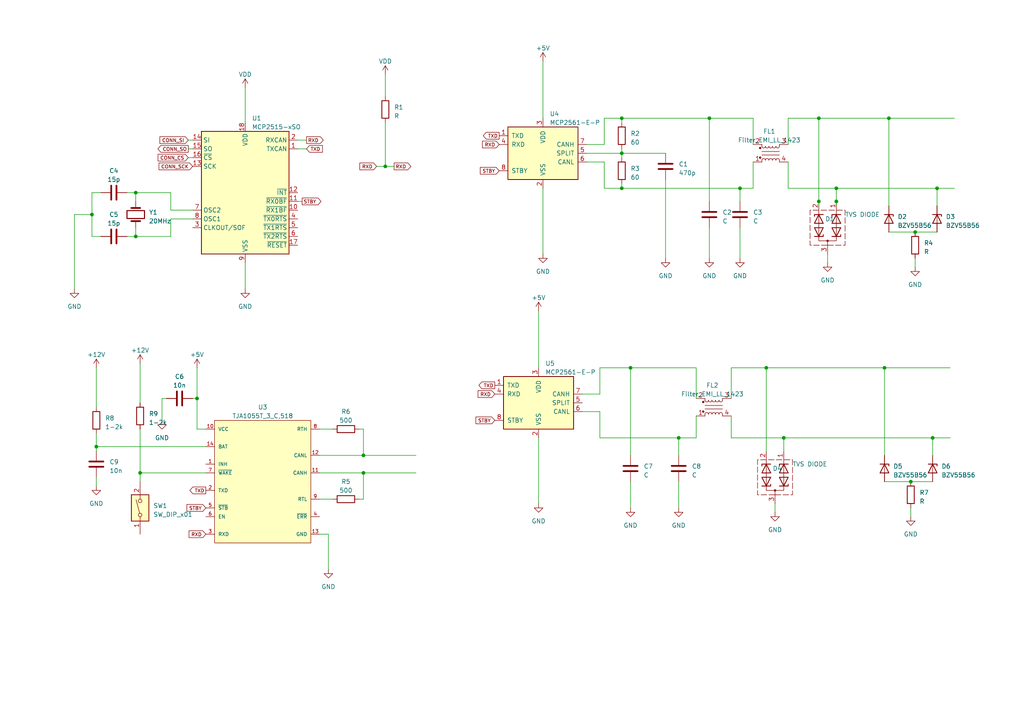
<source format=kicad_sch>
(kicad_sch (version 20230121) (generator eeschema)
  (paper "A4")
  (lib_symbols
    (symbol "Device:C" (pin_numbers hide) (pin_names (offset 0.254))
      (property "Reference" "C" (at 0.635 2.54 0))
      (property "Value" "C" (at 0.635 -2.54 0))
      (symbol "C_0_1"
        (polyline (pts (xy -2.032 -0.762) (xy 2.032 -0.762)) (stroke (width 0.508)))
        (polyline (pts (xy -2.032 0.762) (xy 2.032 0.762)) (stroke (width 0.508)))
      )
      (symbol "C_1_1"
        (pin passive line (at 0 3.81 270) (length 2.794) (name "~") (number "1"))
        (pin passive line (at 0 -3.81 90) (length 2.794) (name "~") (number "2"))
      )
    )
    (symbol "Device:Crystal" (pin_numbers hide) (pin_names (offset 1.016) hide)
      (property "Reference" "Y" (at 0 3.81 0))
      (property "Value" "Crystal" (at 0 -3.81 0))
      (symbol "Crystal_0_1"
        (rectangle (start -1.143 2.54) (end 1.143 -2.54) (stroke (width 0.3048)))
        (polyline (pts (xy -2.54 0) (xy -1.905 0)))
        (polyline (pts (xy -1.905 -1.27) (xy -1.905 1.27)) (stroke (width 0.508)))
        (polyline (pts (xy 1.905 -1.27) (xy 1.905 1.27)) (stroke (width 0.508)))
        (polyline (pts (xy 2.54 0) (xy 1.905 0)))
      )
      (symbol "Crystal_1_1"
        (pin passive line (at -3.81 0 0) (length 1.27) (name "1") (number "1"))
        (pin passive line (at 3.81 0 180) (length 1.27) (name "2") (number "2"))
      )
    )
    (symbol "Device:D_Zener_Dual_CommonCathode_AAK_Parallel" (pin_names (offset 0.762) hide)
      (property "Reference" "D1" (at -5.08 -0.6985 90))
      (property "Value" "D_Zener_Dual_CommonCathode_AAK_Parallel" (at -5.08 1.8415 90))
      (symbol "D_Zener_Dual_CommonCathode_AAK_Parallel_0_0"
        (polyline (pts (xy -6.35 -1.27) (xy -6.35 -3.81) (xy -5.842 -3.81)) (stroke (width 0.254)))
        (polyline (pts (xy -6.35 3.81) (xy -6.35 1.27) (xy -5.842 1.27)) (stroke (width 0.254)))
        (polyline (pts (xy 0 -3.81) (xy 0 -1.27) (xy -0.508 -1.27)) (stroke (width 0.254)))
        (polyline (pts (xy 0 1.27) (xy 0 3.81) (xy -0.508 3.81)) (stroke (width 0.254)))
      )
      (symbol "D_Zener_Dual_CommonCathode_AAK_Parallel_0_1"
        (polyline (pts (xy 1.27 0) (xy 2.54 0)))
        (polyline (pts (xy -7.62 -2.54) (xy 1.27 -2.54) (xy 1.27 2.54) (xy -7.62 2.54)))
        (polyline (pts (xy -3.81 -1.27) (xy -6.35 -2.54) (xy -3.81 -3.81) (xy -3.81 -1.27) (xy -3.81 -1.27) (xy -3.81 -1.27)) (stroke (width 0.254)))
        (polyline (pts (xy -3.81 3.81) (xy -6.35 2.54) (xy -3.81 1.27) (xy -3.81 3.81) (xy -3.81 3.81) (xy -3.81 3.81)) (stroke (width 0.254)))
        (polyline (pts (xy -2.54 -1.27) (xy 0 -2.54) (xy -2.54 -3.81) (xy -2.54 -1.27) (xy -2.54 -1.27) (xy -2.54 -1.27)) (stroke (width 0.254)))
        (polyline (pts (xy -2.54 3.81) (xy 0 2.54) (xy -2.54 1.27) (xy -2.54 3.81) (xy -2.54 3.81) (xy -2.54 3.81)) (stroke (width 0.254)))
        (circle (center 1.27 0) (radius 0.254) (fill (type outline)))
        (pin passive line (at -10.16 2.54 0) (length 2.54) (name "K") (number "1"))
        (pin passive line (at -10.16 -2.54 0) (length 2.54) (name "K") (number "2"))
        (pin passive line (at 5.08 0 180) (length 2.54) (name "A") (number "3"))
      )
      (symbol "D_Zener_Dual_CommonCathode_AAK_Parallel_1_1"
        (polyline (pts (xy 2.54 0) (xy 2.54 5.08) (xy -7.62 5.08) (xy -7.62 -5.08) (xy 2.54 -5.08) (xy 2.54 0)) (stroke (width 0) (type dash)))
      )
    )
    (symbol "Device:Filter_EMI_LL_1423" (pin_names hide)
      (property "Reference" "FL" (at 0 4.445 0))
      (property "Value" "Filter_EMI_LL_1423" (at 0 -4.445 0))
      (symbol "Filter_EMI_LL_1423_0_1"
        (circle (center -3.048 -1.27) (radius 0.254) (fill (type outline)))
        (circle (center -3.048 1.524) (radius 0.254) (fill (type outline)))
        (arc (start -2.54 2.032) (mid -2.032 1.5262) (end -1.524 2.032))
        (arc (start -1.524 -2.032) (mid -2.032 -1.5262) (end -2.54 -2.032))
        (arc (start -1.524 2.032) (mid -1.016 1.5262) (end -0.508 2.032))
        (arc (start -0.508 -2.032) (mid -1.016 -1.5262) (end -1.524 -2.032))
        (arc (start -0.508 2.032) (mid 0 1.5262) (end 0.508 2.032))
        (polyline (pts (xy -2.54 -2.032) (xy -2.54 -2.54)))
        (polyline (pts (xy -2.54 0.508) (xy 2.54 0.508)))
        (polyline (pts (xy -2.54 2.032) (xy -2.54 2.54)))
        (polyline (pts (xy 2.54 -2.032) (xy 2.54 -2.54)))
        (polyline (pts (xy 2.54 -0.508) (xy -2.54 -0.508)))
        (polyline (pts (xy 2.54 2.54) (xy 2.54 2.032)))
        (arc (start 0.508 -2.032) (mid 0 -1.5262) (end -0.508 -2.032))
        (arc (start 0.508 2.032) (mid 1.016 1.5262) (end 1.524 2.032))
        (arc (start 1.524 -2.032) (mid 1.016 -1.5262) (end 0.508 -2.032))
        (arc (start 1.524 2.032) (mid 2.032 1.5262) (end 2.54 2.032))
        (arc (start 2.54 -2.032) (mid 2.032 -1.5262) (end 1.524 -2.032))
      )
      (symbol "Filter_EMI_LL_1423_1_1"
        (pin passive line (at -5.08 -2.54 0) (length 2.54) (name "1") (number "1"))
        (pin passive line (at -5.08 2.54 0) (length 2.54) (name "2") (number "2"))
        (pin passive line (at 5.08 2.54 180) (length 2.54) (name "3") (number "3"))
        (pin passive line (at 5.08 -2.54 180) (length 2.54) (name "4") (number "4"))
      )
    )
    (symbol "Device:R" (pin_numbers hide) (pin_names (offset 0))
      (property "Reference" "R" (at 2.032 0 90))
      (property "Value" "R" (at 0 0 90))
      (symbol "R_0_1"
        (rectangle (start -1.016 -2.54) (end 1.016 2.54) (stroke (width 0.254)))
      )
      (symbol "R_1_1"
        (pin passive line (at 0 3.81 270) (length 1.27) (name "~") (number "1"))
        (pin passive line (at 0 -3.81 90) (length 1.27) (name "~") (number "2"))
      )
    )
    (symbol "Diode:BZV55B56" (pin_numbers hide) (pin_names hide)
      (property "Reference" "D" (at 0 2.54 0))
      (property "Value" "BZV55B56" (at 0 -2.54 0))
      (symbol "BZV55B56_0_1"
        (polyline (pts (xy 1.27 0) (xy -1.27 0)))
        (polyline (pts (xy -1.27 -1.27) (xy -1.27 1.27) (xy -0.762 1.27)) (stroke (width 0.254)))
        (polyline (pts (xy 1.27 -1.27) (xy 1.27 1.27) (xy -1.27 0) (xy 1.27 -1.27)) (stroke (width 0.254)))
      )
      (symbol "BZV55B56_1_1"
        (pin passive line (at -3.81 0 0) (length 2.54) (name "K") (number "1"))
        (pin passive line (at 3.81 0 180) (length 2.54) (name "A") (number "2"))
      )
    )
    (symbol "ELEMENTY:TJA1055T_3_C,518" (pin_names (offset 1.016))
      (property "Reference" "U" (at 0 5.08 0))
      (property "Value" "TJA1055T_3_C,518" (at 0 7.62 0))
      (symbol "TJA1055T_3_C,518_1_1"
        (rectangle (start 5.08 2.54) (end 33.02 -33.02) (fill (type background)))
        (pin passive line (at 2.54 -10.16 0) (length 2.54) (name "INH") (number "1"))
        (pin power_in line (at 2.54 0 0) (length 2.54) (name "VCC") (number "10"))
        (pin bidirectional line (at 35.56 -12.7 180) (length 2.54) (name "CANH") (number "11"))
        (pin bidirectional line (at 35.56 -7.62 180) (length 2.54) (name "CANL") (number "12"))
        (pin power_in line (at 35.56 -30.48 180) (length 2.54) (name "GND") (number "13"))
        (pin power_in line (at 2.54 -5.08 0) (length 2.54) (name "BAT") (number "14"))
        (pin input line (at 2.54 -17.78 0) (length 2.54) (name "TXD") (number "2"))
        (pin output line (at 2.54 -30.48 0) (length 2.54) (name "RXD") (number "3"))
        (pin output line (at 35.56 -25.4 180) (length 2.54) (name "~{ERR}") (number "4"))
        (pin input line (at 2.54 -22.86 0) (length 2.54) (name "~{STB}") (number "5"))
        (pin input line (at 2.54 -25.4 0) (length 2.54) (name "EN") (number "6"))
        (pin input line (at 2.54 -12.7 0) (length 2.54) (name "~{WAKE}") (number "7"))
        (pin passive line (at 35.56 0 180) (length 2.54) (name "RTH") (number "8"))
        (pin passive line (at 35.56 -20.32 180) (length 2.54) (name "RTL") (number "9"))
      )
    )
    (symbol "Interface_CAN_LIN:MCP2515-xSO"
      (property "Reference" "U" (at -10.16 19.685 0))
      (property "Value" "MCP2515-xSO" (at 19.05 20.32 0))
      (symbol "MCP2515-xSO_0_1"
        (rectangle (start -12.7 17.78) (end 12.7 -17.78) (stroke (width 0.254)) (fill (type background)))
      )
      (symbol "MCP2515-xSO_1_1"
        (pin output line (at 15.24 12.7 180) (length 2.54) (name "TXCAN") (number "1"))
        (pin output line (at 15.24 -5.08 180) (length 2.54) (name "~{RX1BF}") (number "10"))
        (pin output line (at 15.24 -2.54 180) (length 2.54) (name "~{RX0BF}") (number "11"))
        (pin output line (at 15.24 0 180) (length 2.54) (name "~{INT}") (number "12"))
        (pin input line (at -15.24 7.62 0) (length 2.54) (name "SCK") (number "13"))
        (pin input line (at -15.24 15.24 0) (length 2.54) (name "SI") (number "14"))
        (pin output line (at -15.24 12.7 0) (length 2.54) (name "SO") (number "15"))
        (pin input line (at -15.24 10.16 0) (length 2.54) (name "~{CS}") (number "16"))
        (pin input line (at 15.24 -15.24 180) (length 2.54) (name "~{RESET}") (number "17"))
        (pin power_in line (at 0 20.32 270) (length 2.54) (name "VDD") (number "18"))
        (pin input line (at 15.24 15.24 180) (length 2.54) (name "RXCAN") (number "2"))
        (pin output line (at -15.24 -10.16 0) (length 2.54) (name "CLKOUT/SOF") (number "3"))
        (pin input line (at 15.24 -7.62 180) (length 2.54) (name "~{TX0RTS}") (number "4"))
        (pin input line (at 15.24 -10.16 180) (length 2.54) (name "~{TX1RTS}") (number "5"))
        (pin input line (at 15.24 -12.7 180) (length 2.54) (name "~{TX2RTS}") (number "6"))
        (pin output line (at -15.24 -5.08 0) (length 2.54) (name "OSC2") (number "7"))
        (pin input line (at -15.24 -7.62 0) (length 2.54) (name "OSC1") (number "8"))
        (pin power_in line (at 0 -20.32 90) (length 2.54) (name "VSS") (number "9"))
      )
    )
    (symbol "Interface_CAN_LIN:MCP2561-E-P" (pin_names (offset 1.016))
      (property "Reference" "U" (at -10.16 8.89 0))
      (property "Value" "MCP2561-E-P" (at 2.54 8.89 0))
      (symbol "MCP2561-E-P_0_1"
        (rectangle (start -10.16 7.62) (end 10.16 -7.62) (stroke (width 0.254)) (fill (type background)))
      )
      (symbol "MCP2561-E-P_1_1"
        (pin input line (at -12.7 5.08 0) (length 2.54) (name "TXD") (number "1"))
        (pin power_in line (at 0 -10.16 90) (length 2.54) (name "VSS") (number "2"))
        (pin power_in line (at 0 10.16 270) (length 2.54) (name "VDD") (number "3"))
        (pin output line (at -12.7 2.54 0) (length 2.54) (name "RXD") (number "4"))
        (pin passive line (at 12.7 0 180) (length 2.54) (name "SPLIT") (number "5"))
        (pin bidirectional line (at 12.7 -2.54 180) (length 2.54) (name "CANL") (number "6"))
        (pin bidirectional line (at 12.7 2.54 180) (length 2.54) (name "CANH") (number "7"))
        (pin input line (at -12.7 -5.08 0) (length 2.54) (name "STBY") (number "8"))
      )
    )
    (symbol "Switch:SW_DIP_x01" (pin_names (offset 0) hide)
      (property "Reference" "SW" (at 0 3.81 0))
      (property "Value" "SW_DIP_x01" (at 0 -3.81 0))
      (symbol "SW_DIP_x01_0_0"
        (circle (center -2.032 0) (radius 0.508))
        (polyline (pts (xy -1.524 0.127) (xy 2.3622 1.1684)))
        (circle (center 2.032 0) (radius 0.508))
      )
      (symbol "SW_DIP_x01_0_1"
        (rectangle (start -3.81 2.54) (end 3.81 -2.54) (stroke (width 0.254)) (fill (type background)))
      )
      (symbol "SW_DIP_x01_1_1"
        (pin passive line (at -7.62 0 0) (length 5.08) (name "~") (number "1"))
        (pin passive line (at 7.62 0 180) (length 5.08) (name "~") (number "2"))
      )
    )
    (symbol "power:+12V" (power) (pin_names (offset 0))
      (property "Value" "+12V" (at 0 3.556 0))
      (symbol "+12V_0_1"
        (polyline (pts (xy -0.762 1.27) (xy 0 2.54)))
        (polyline (pts (xy 0 0) (xy 0 2.54)))
        (polyline (pts (xy 0 2.54) (xy 0.762 1.27)))
      )
      (symbol "+12V_1_1"
        (pin power_in line (at 0 0 90) (length 0) hide (name "+12V") (number "1"))
      )
    )
    (symbol "power:+5V" (power) (pin_names (offset 0))
      (property "Value" "+5V" (at 0 3.556 0))
      (symbol "+5V_0_1"
        (polyline (pts (xy -0.762 1.27) (xy 0 2.54)))
        (polyline (pts (xy 0 0) (xy 0 2.54)))
        (polyline (pts (xy 0 2.54) (xy 0.762 1.27)))
      )
      (symbol "+5V_1_1"
        (pin power_in line (at 0 0 90) (length 0) hide (name "+5V") (number "1"))
      )
    )
    (symbol "power:GND" (power) (pin_names (offset 0))
      (property "Value" "GND" (at 0 -3.81 0))
      (symbol "GND_0_1"
        (polyline (pts (xy 0 0) (xy 0 -1.27) (xy 1.27 -1.27) (xy 0 -2.54) (xy -1.27 -1.27) (xy 0 -1.27)))
      )
      (symbol "GND_1_1"
        (pin power_in line (at 0 0 270) (length 0) hide (name "GND") (number "1"))
      )
    )
    (symbol "power:VDD" (power) (pin_names (offset 0))
      (property "Value" "VDD" (at 0 3.81 0))
      (symbol "VDD_0_1"
        (polyline (pts (xy -0.762 1.27) (xy 0 2.54)))
        (polyline (pts (xy 0 0) (xy 0 2.54)))
        (polyline (pts (xy 0 2.54) (xy 0.762 1.27)))
      )
      (symbol "VDD_1_1"
        (pin power_in line (at 0 0 90) (length 0) hide (name "VDD") (number "1"))
      )
    )
  )
  (junction (at 180.34 34.29))
  (junction (at 205.74 34.29))
  (junction (at 242.57 58.42))
  (junction (at 180.34 54.61))
  (junction (at 237.49 58.42))
  (junction (at 39.37 68.58))
  (junction (at 40.64 137.16))
  (junction (at 237.49 34.29))
  (junction (at 182.88 106.68))
  (junction (at 270.51 127))
  (junction (at 26.67 62.23))
  (junction (at 242.57 54.61))
  (junction (at 105.41 132.08))
  (junction (at 271.78 54.61))
  (junction (at 264.16 139.7))
  (junction (at 257.81 34.29))
  (junction (at 196.85 127))
  (junction (at 222.25 106.68))
  (junction (at 227.33 127))
  (junction (at 265.43 67.31))
  (junction (at 27.94 129.54))
  (junction (at 39.37 55.88))
  (junction (at 105.41 137.16))
  (junction (at 111.76 48.26))
  (junction (at 57.15 115.57))
  (junction (at 256.54 106.68))
  (junction (at 180.34 44.45))
  (junction (at 214.63 54.61))
  (wire (pts (xy 180.34 44.45) (xy 180.34 45.72)))
  (wire (pts (xy 40.64 105.41) (xy 40.64 116.84)))
  (wire (pts (xy 265.43 67.31) (xy 271.78 67.31)))
  (wire (pts (xy 156.21 90.17) (xy 156.21 106.68)))
  (wire (pts (xy 196.85 127) (xy 196.85 132.08)))
  (wire (pts (xy 205.74 34.29) (xy 180.34 34.29)))
  (wire (pts (xy 27.94 125.73) (xy 27.94 129.54)))
  (wire (pts (xy 196.85 139.7) (xy 196.85 147.32)))
  (wire (pts (xy 54.61 45.72) (xy 55.88 45.72)))
  (wire (pts (xy 182.88 106.68) (xy 182.88 132.08)))
  (wire (pts (xy 193.04 74.93) (xy 193.04 52.07)))
  (wire (pts (xy 27.94 129.54) (xy 27.94 130.81)))
  (wire (pts (xy 55.88 60.96) (xy 49.53 60.96)))
  (wire (pts (xy 36.83 55.88) (xy 39.37 55.88)))
  (wire (pts (xy 256.54 106.68) (xy 256.54 132.08)))
  (wire (pts (xy 212.09 115.57) (xy 212.09 106.68)))
  (wire (pts (xy 218.44 41.91) (xy 218.44 34.29)))
  (wire (pts (xy 114.3 48.26) (xy 111.76 48.26)))
  (wire (pts (xy 242.57 54.61) (xy 271.78 54.61)))
  (wire (pts (xy 27.94 106.68) (xy 27.94 118.11)))
  (wire (pts (xy 182.88 139.7) (xy 182.88 147.32)))
  (wire (pts (xy 29.21 55.88) (xy 26.67 55.88)))
  (wire (pts (xy 55.88 63.5) (xy 49.53 63.5)))
  (wire (pts (xy 92.71 144.78) (xy 96.52 144.78)))
  (wire (pts (xy 212.09 106.68) (xy 222.25 106.68)))
  (wire (pts (xy 49.53 63.5) (xy 49.53 68.58)))
  (wire (pts (xy 270.51 127) (xy 270.51 132.08)))
  (wire (pts (xy 21.59 83.82) (xy 21.59 62.23)))
  (wire (pts (xy 264.16 147.32) (xy 264.16 149.86)))
  (wire (pts (xy 222.25 106.68) (xy 222.25 130.81)))
  (wire (pts (xy 257.81 67.31) (xy 265.43 67.31)))
  (wire (pts (xy 205.74 34.29) (xy 205.74 58.42)))
  (wire (pts (xy 218.44 34.29) (xy 205.74 34.29)))
  (wire (pts (xy 193.04 44.45) (xy 180.34 44.45)))
  (wire (pts (xy 257.81 34.29) (xy 257.81 59.69)))
  (wire (pts (xy 157.48 73.66) (xy 157.48 54.61)))
  (wire (pts (xy 218.44 46.99) (xy 218.44 54.61)))
  (wire (pts (xy 87.63 58.42) (xy 86.36 58.42)))
  (wire (pts (xy 214.63 54.61) (xy 180.34 54.61)))
  (wire (pts (xy 228.6 54.61) (xy 242.57 54.61)))
  (wire (pts (xy 111.76 48.26) (xy 109.22 48.26)))
  (wire (pts (xy 27.94 138.43) (xy 27.94 140.97)))
  (wire (pts (xy 86.36 43.18) (xy 88.9 43.18)))
  (wire (pts (xy 157.48 17.78) (xy 157.48 34.29)))
  (wire (pts (xy 173.99 114.3) (xy 173.99 106.68)))
  (wire (pts (xy 271.78 54.61) (xy 276.86 54.61)))
  (wire (pts (xy 173.99 114.3) (xy 168.91 114.3)))
  (wire (pts (xy 104.14 124.46) (xy 105.41 124.46)))
  (wire (pts (xy 196.85 127) (xy 201.93 127)))
  (wire (pts (xy 173.99 127) (xy 196.85 127)))
  (wire (pts (xy 175.26 46.99) (xy 175.26 54.61)))
  (wire (pts (xy 228.6 34.29) (xy 237.49 34.29)))
  (wire (pts (xy 237.49 34.29) (xy 257.81 34.29)))
  (wire (pts (xy 270.51 127) (xy 275.59 127)))
  (wire (pts (xy 39.37 66.04) (xy 39.37 68.58)))
  (wire (pts (xy 201.93 115.57) (xy 201.93 106.68)))
  (wire (pts (xy 222.25 106.68) (xy 256.54 106.68)))
  (wire (pts (xy 265.43 74.93) (xy 265.43 77.47)))
  (wire (pts (xy 201.93 120.65) (xy 201.93 127)))
  (wire (pts (xy 212.09 127) (xy 227.33 127)))
  (wire (pts (xy 92.71 137.16) (xy 105.41 137.16)))
  (wire (pts (xy 227.33 127) (xy 227.33 130.81)))
  (wire (pts (xy 26.67 62.23) (xy 26.67 68.58)))
  (wire (pts (xy 240.03 73.66) (xy 240.03 76.2)))
  (wire (pts (xy 175.26 54.61) (xy 180.34 54.61)))
  (wire (pts (xy 40.64 124.46) (xy 40.64 137.16)))
  (wire (pts (xy 105.41 137.16) (xy 120.65 137.16)))
  (wire (pts (xy 214.63 54.61) (xy 214.63 58.42)))
  (wire (pts (xy 173.99 119.38) (xy 168.91 119.38)))
  (wire (pts (xy 39.37 68.58) (xy 36.83 68.58)))
  (wire (pts (xy 40.64 137.16) (xy 59.69 137.16)))
  (wire (pts (xy 57.15 106.68) (xy 57.15 115.57)))
  (wire (pts (xy 173.99 119.38) (xy 173.99 127)))
  (wire (pts (xy 71.12 76.2) (xy 71.12 83.82)))
  (wire (pts (xy 71.12 25.4) (xy 71.12 35.56)))
  (wire (pts (xy 92.71 154.94) (xy 95.25 154.94)))
  (wire (pts (xy 46.99 115.57) (xy 46.99 121.92)))
  (wire (pts (xy 54.61 43.18) (xy 55.88 43.18)))
  (wire (pts (xy 264.16 139.7) (xy 270.51 139.7)))
  (wire (pts (xy 26.67 55.88) (xy 26.67 62.23)))
  (wire (pts (xy 92.71 124.46) (xy 96.52 124.46)))
  (wire (pts (xy 21.59 62.23) (xy 26.67 62.23)))
  (wire (pts (xy 180.34 43.18) (xy 180.34 44.45)))
  (wire (pts (xy 237.49 58.42) (xy 237.49 59.69)))
  (wire (pts (xy 170.18 46.99) (xy 175.26 46.99)))
  (wire (pts (xy 170.18 44.45) (xy 180.34 44.45)))
  (wire (pts (xy 218.44 54.61) (xy 214.63 54.61)))
  (wire (pts (xy 256.54 139.7) (xy 264.16 139.7)))
  (wire (pts (xy 182.88 106.68) (xy 201.93 106.68)))
  (wire (pts (xy 86.36 40.64) (xy 88.9 40.64)))
  (wire (pts (xy 214.63 66.04) (xy 214.63 74.93)))
  (wire (pts (xy 39.37 55.88) (xy 39.37 58.42)))
  (wire (pts (xy 257.81 34.29) (xy 276.86 34.29)))
  (wire (pts (xy 228.6 46.99) (xy 228.6 54.61)))
  (wire (pts (xy 46.99 115.57) (xy 48.26 115.57)))
  (wire (pts (xy 40.64 137.16) (xy 40.64 139.7)))
  (wire (pts (xy 156.21 146.05) (xy 156.21 127)))
  (wire (pts (xy 242.57 59.69) (xy 242.57 58.42)))
  (wire (pts (xy 170.18 41.91) (xy 175.26 41.91)))
  (wire (pts (xy 173.99 106.68) (xy 182.88 106.68)))
  (wire (pts (xy 212.09 120.65) (xy 212.09 127)))
  (wire (pts (xy 49.53 60.96) (xy 49.53 55.88)))
  (wire (pts (xy 105.41 124.46) (xy 105.41 132.08)))
  (wire (pts (xy 59.69 129.54) (xy 27.94 129.54)))
  (wire (pts (xy 104.14 144.78) (xy 105.41 144.78)))
  (wire (pts (xy 49.53 55.88) (xy 39.37 55.88)))
  (wire (pts (xy 95.25 154.94) (xy 95.25 165.1)))
  (wire (pts (xy 54.61 40.64) (xy 55.88 40.64)))
  (wire (pts (xy 26.67 68.58) (xy 29.21 68.58)))
  (wire (pts (xy 111.76 21.59) (xy 111.76 27.94)))
  (wire (pts (xy 105.41 132.08) (xy 120.65 132.08)))
  (wire (pts (xy 180.34 34.29) (xy 180.34 35.56)))
  (wire (pts (xy 105.41 137.16) (xy 105.41 144.78)))
  (wire (pts (xy 92.71 132.08) (xy 105.41 132.08)))
  (wire (pts (xy 175.26 41.91) (xy 175.26 34.29)))
  (wire (pts (xy 49.53 68.58) (xy 39.37 68.58)))
  (wire (pts (xy 271.78 54.61) (xy 271.78 59.69)))
  (wire (pts (xy 256.54 106.68) (xy 275.59 106.68)))
  (wire (pts (xy 227.33 127) (xy 270.51 127)))
  (wire (pts (xy 111.76 35.56) (xy 111.76 48.26)))
  (wire (pts (xy 224.79 146.05) (xy 224.79 148.59)))
  (wire (pts (xy 237.49 34.29) (xy 237.49 58.42)))
  (wire (pts (xy 205.74 66.04) (xy 205.74 74.93)))
  (wire (pts (xy 180.34 54.61) (xy 180.34 53.34)))
  (wire (pts (xy 228.6 41.91) (xy 228.6 34.29)))
  (wire (pts (xy 242.57 58.42) (xy 242.57 54.61)))
  (wire (pts (xy 175.26 34.29) (xy 180.34 34.29)))
  (wire (pts (xy 57.15 115.57) (xy 57.15 124.46)))
  (wire (pts (xy 59.69 124.46) (xy 57.15 124.46)))
  (wire (pts (xy 55.88 115.57) (xy 57.15 115.57)))
  (global_label "CONN_SI" (shape input) (at 54.61 40.64 180) (effects (font (size 1 1))) (property "Intersheetrefs" "${INTERSHEET_REFS}" (effects hide)))
  (global_label "TXD" (shape input) (at 88.9 43.18 0) (effects (font (size 1 1))) (property "Intersheetrefs" "${INTERSHEET_REFS}" (effects hide)))
  (global_label "TXD" (shape output) (at 144.78 39.37 180) (effects (font (size 1 1))) (property "Intersheetrefs" "${INTERSHEET_REFS}" (effects hide)))
  (global_label "RXD" (shape output) (at 114.3 48.26 0) (effects (font (size 1 1))) (property "Intersheetrefs" "${INTERSHEET_REFS}" (effects hide)))
  (global_label "STBY" (shape input) (at 59.69 147.32 180) (effects (font (size 1 1))) (property "Intersheetrefs" "${INTERSHEET_REFS}" (effects hide)))
  (global_label "STBY" (shape input) (at 144.78 49.53 180) (effects (font (size 1 1))) (property "Intersheetrefs" "${INTERSHEET_REFS}" (effects hide)))
  (global_label "CONN_CS" (shape input) (at 54.61 45.72 180) (effects (font (size 1 1))) (property "Intersheetrefs" "${INTERSHEET_REFS}" (effects hide)))
  (global_label "RXD" (shape input) (at 59.69 154.94 180) (effects (font (size 1 1))) (property "Intersheetrefs" "${INTERSHEET_REFS}" (effects hide)))
  (global_label "RXD" (shape input) (at 143.51 114.3 180) (effects (font (size 1 1))) (property "Intersheetrefs" "${INTERSHEET_REFS}" (effects hide)))
  (global_label "STBY" (shape output) (at 87.63 58.42 0) (effects (font (size 1 1))) (property "Intersheetrefs" "${INTERSHEET_REFS}" (effects hide)))
  (global_label "RXD" (shape output) (at 88.9 40.64 0) (effects (font (size 1 1))) (property "Intersheetrefs" "${INTERSHEET_REFS}" (effects hide)))
  (global_label "CONN_SCK" (shape input) (at 55.88 48.26 180) (effects (font (size 1 1))) (property "Intersheetrefs" "${INTERSHEET_REFS}" (effects hide)))
  (global_label "RXD" (shape input) (at 144.78 41.91 180) (effects (font (size 1 1))) (property "Intersheetrefs" "${INTERSHEET_REFS}" (effects hide)))
  (global_label "TXD" (shape output) (at 59.69 142.24 180) (effects (font (size 1 1))) (property "Intersheetrefs" "${INTERSHEET_REFS}" (effects hide)))
  (global_label "STBY" (shape input) (at 143.51 121.92 180) (effects (font (size 1 1))) (property "Intersheetrefs" "${INTERSHEET_REFS}" (effects hide)))
  (global_label "TXD" (shape output) (at 143.51 111.76 180) (effects (font (size 1 1))) (property "Intersheetrefs" "${INTERSHEET_REFS}" (effects hide)))
  (global_label "CONN_SO" (shape output) (at 54.61 43.18 180) (effects (font (size 1 1))) (property "Intersheetrefs" "${INTERSHEET_REFS}" (effects hide)))
  (global_label "RXD" (shape input) (at 109.22 48.26 180) (effects (font (size 1 1))) (property "Intersheetrefs" "${INTERSHEET_REFS}" (effects hide)))
  (symbol (lib_id "power:+5V") (at 157.48 17.78 0) (unit 1)
    (property "Reference" "#PWR011" (effects hide))
    (property "Value" "+5V" (at 157.48 13.97 0))
  )
  (symbol (lib_id "Diode:BZV55B56") (at 256.54 135.89 270) (unit 1)
    (property "Reference" "D5" (at 259.08 135.255 90) (effects (justify left)))
    (property "Value" "BZV55B56" (at 259.08 137.795 90) (effects (justify left)))
    (property "Footprint" "Diode_SMD:D_MiniMELF" (effects hide))
    (property "Datasheet" "https://assets.nexperia.com/documents/data-sheet/BZV55_SER.pdf" (effects hide))
  )
  (symbol (lib_id "Device:R") (at 264.16 143.51 0) (unit 1)
    (property "Reference" "R7" (at 266.7 142.875 0) (effects (justify left)))
    (property "Value" "R" (at 266.7 145.415 0) (effects (justify left)))
    (property "Footprint" "Resistor_THT:R_Axial_DIN0204_L3.6mm_D1.6mm_P7.62mm_Horizontal" (effects hide))
  )
  (symbol (lib_id "power:GND") (at 182.88 147.32 0) (unit 1)
    (property "Reference" "#PWR015" (effects hide))
    (property "Value" "GND" (at 182.88 152.4 0))
  )
  (symbol (lib_id "power:GND") (at 27.94 140.97 0) (unit 1)
    (property "Reference" "#PWR022" (effects hide))
    (property "Value" "GND" (at 27.94 146.05 0))
  )
  (symbol (lib_id "Device:C") (at 33.02 68.58 90) (unit 1)
    (property "Reference" "C5" (at 33.02 62.23 90))
    (property "Value" "15p" (at 33.02 64.77 90))
  )
  (symbol (lib_id "power:GND") (at 46.99 121.92 0) (unit 1)
    (property "Reference" "#PWR020" (effects hide))
    (property "Value" "GND" (at 46.99 127 0))
  )
  (symbol (lib_id "Device:C") (at 193.04 48.26 0) (unit 1)
    (property "Reference" "C1" (at 196.85 47.625 0) (effects (justify left)))
    (property "Value" "470p" (at 196.85 50.165 0) (effects (justify left)))
  )
  (symbol (lib_id "power:GND") (at 205.74 74.93 0) (unit 1)
    (property "Reference" "#PWR05" (effects hide))
    (property "Value" "GND" (at 205.74 80.01 0))
  )
  (symbol (lib_id "Device:C") (at 182.88 135.89 0) (unit 1)
    (property "Reference" "C7" (at 186.69 135.255 0) (effects (justify left)))
    (property "Value" "C" (at 186.69 137.795 0) (effects (justify left)))
  )
  (symbol (lib_id "power:+5V") (at 57.15 106.68 0) (unit 1)
    (property "Reference" "#PWR019" (effects hide))
    (property "Value" "+5V" (at 57.15 102.87 0))
  )
  (symbol (lib_id "Interface_CAN_LIN:MCP2561-E-P") (at 157.48 44.45 0) (unit 1)
    (property "Reference" "U4" (at 159.4359 33.02 0) (effects (justify left)))
    (property "Value" "MCP2561-E-P" (at 159.4359 35.56 0) (effects (justify left)))
    (property "Footprint" "Package_DIP:DIP-8_W7.62mm" (effects hide))
    (property "Datasheet" "http://ww1.microchip.com/downloads/en/DeviceDoc/25167A.pdf" (effects hide))
  )
  (symbol (lib_id "ELEMENTY:TJA1055T_3_C,518") (at 57.15 124.46 0) (unit 1)
    (property "Reference" "U3" (at 76.2 118.11 0))
    (property "Value" "TJA1055T_3_C,518" (at 76.2 120.65 0))
    (property "Footprint" "Package_SO:SO-14_3.9x8.65mm_P1.27mm" (effects hide))
    (property "Datasheet" "https://www.nxp.com/docs/en/data-sheet/TJA1055.pdf" (effects hide))
    (property "automotive" "No" (effects hide))
    (property "category" "IC" (effects hide))
    (property "device class L1" "Integrated Circuits (ICs)" (effects hide))
    (property "device class L2" "Interface ICs" (effects hide))
    (property "device class L3" "unset" (effects hide))
    (property "digikey description" "IC TRANSCEIVER HALF 1/1 14SO" (effects hide))
    (property "digikey part number" "568-8689-1-ND" (effects hide))
    (property "footprint url" "https://www.nxp.com/docs/en/package-information/SOT108-1.pdf" (effects hide))
    (property "height" "1.75mm" (effects hide))
    (property "interface" "CAN" (effects hide))
    (property "lead free" "Yes" (effects hide))
    (property "library id" "1f6dfe155aaff96a" (effects hide))
    (property "manufacturer" "NXP Semiconductors" (effects hide))
    (property "max junction temp" "+150°C" (effects hide))
    (property "max supply voltage" "5.25V" (effects hide))
    (property "min supply voltage" "4.75V" (effects hide))
    (property "mouser description" "TJA1055 Series 5.25V 125 kBd Enhanced Fault-Tolerant CAN Transceiver-SOIC-14" (effects hide))
    (property "mouser part number" "771-TJA1055T3C518" (effects hide))
    (property "nominal supply current" "6-13mA" (effects hide))
    (property "package" "SOIC14" (effects hide))
    (property "rohs" "Yes" (effects hide))
    (property "standoff height" "0.1mm" (effects hide))
    (property "temperature range high" "+150°C" (effects hide))
    (property "temperature range low" "-40°C" (effects hide))
  )
  (symbol (lib_id "power:GND") (at 224.79 148.59 0) (unit 1)
    (property "Reference" "#PWR017" (effects hide))
    (property "Value" "GND" (at 224.79 153.67 0))
  )
  (symbol (lib_id "Device:C") (at 27.94 134.62 180) (unit 1)
    (property "Reference" "C9" (at 31.75 133.985 0) (effects (justify right)))
    (property "Value" "10n" (at 31.75 136.525 0) (effects (justify right)))
  )
  (symbol (lib_id "Device:D_Zener_Dual_CommonCathode_AAK_Parallel") (at 224.79 140.97 270) (unit 1)
    (property "Reference" "D4" (at 224.0915 135.89 90) (effects (justify left)))
    (property "Value" "TVS DIODE" (at 229.87 134.62 90) (effects (justify left)))
    (property "Footprint" "Package_TO_SOT_SMD:SOT-23" (effects hide))
  )
  (symbol (lib_id "power:VDD") (at 111.76 21.59 0) (unit 1)
    (property "Reference" "#PWR01" (effects hide))
    (property "Value" "VDD" (at 111.76 17.78 0))
  )
  (symbol (lib_id "power:GND") (at 193.04 74.93 0) (unit 1)
    (property "Reference" "#PWR04" (effects hide))
    (property "Value" "GND" (at 193.04 80.01 0))
  )
  (symbol (lib_id "Device:R") (at 111.76 31.75 0) (unit 1)
    (property "Reference" "R1" (at 114.3 31.115 0) (effects (justify left)))
    (property "Value" "R" (at 114.3 33.655 0) (effects (justify left)))
    (property "Footprint" "Resistor_THT:R_Axial_DIN0204_L3.6mm_D1.6mm_P7.62mm_Horizontal" (effects hide))
  )
  (symbol (lib_id "power:GND") (at 21.59 83.82 0) (unit 1)
    (property "Reference" "#PWR09" (effects hide))
    (property "Value" "GND" (at 21.59 88.9 0))
  )
  (symbol (lib_id "power:+12V") (at 27.94 106.68 0) (unit 1)
    (property "Reference" "#PWR021" (effects hide))
    (property "Value" "+12V" (at 27.94 102.87 0))
  )
  (symbol (lib_id "Diode:BZV55B56") (at 270.51 135.89 270) (unit 1)
    (property "Reference" "D6" (at 273.05 135.255 90) (effects (justify left)))
    (property "Value" "BZV55B56" (at 273.05 137.795 90) (effects (justify left)))
    (property "Footprint" "Diode_SMD:D_MiniMELF" (effects hide))
    (property "Datasheet" "https://assets.nexperia.com/documents/data-sheet/BZV55_SER.pdf" (effects hide))
  )
  (symbol (lib_id "power:GND") (at 157.48 73.66 0) (unit 1)
    (property "Reference" "#PWR07" (effects hide))
    (property "Value" "GND" (at 157.48 78.74 0))
  )
  (symbol (lib_id "Device:R") (at 180.34 39.37 0) (unit 1)
    (property "Reference" "R2" (at 182.88 38.735 0) (effects (justify left)))
    (property "Value" "60" (at 182.88 41.275 0) (effects (justify left)))
    (property "Footprint" "Resistor_THT:R_Axial_DIN0204_L3.6mm_D1.6mm_P7.62mm_Horizontal" (effects hide))
  )
  (symbol (lib_id "Diode:BZV55B56") (at 271.78 63.5 270) (unit 1)
    (property "Reference" "D3" (at 274.32 62.865 90) (effects (justify left)))
    (property "Value" "BZV55B56" (at 274.32 65.405 90) (effects (justify left)))
    (property "Footprint" "Diode_SMD:D_MiniMELF" (effects hide))
    (property "Datasheet" "https://assets.nexperia.com/documents/data-sheet/BZV55_SER.pdf" (effects hide))
  )
  (symbol (lib_id "Device:C") (at 214.63 62.23 0) (unit 1)
    (property "Reference" "C3" (at 218.44 61.595 0) (effects (justify left)))
    (property "Value" "C" (at 218.44 64.135 0) (effects (justify left)))
  )
  (symbol (lib_id "Device:C") (at 196.85 135.89 0) (unit 1)
    (property "Reference" "C8" (at 200.66 135.255 0) (effects (justify left)))
    (property "Value" "C" (at 200.66 137.795 0) (effects (justify left)))
  )
  (symbol (lib_id "Device:C") (at 33.02 55.88 90) (unit 1)
    (property "Reference" "C4" (at 33.02 49.53 90))
    (property "Value" "15p" (at 33.02 52.07 90))
  )
  (symbol (lib_id "power:GND") (at 240.03 76.2 0) (unit 1)
    (property "Reference" "#PWR08" (effects hide))
    (property "Value" "GND" (at 240.03 81.28 0))
  )
  (symbol (lib_id "power:GND") (at 196.85 147.32 0) (unit 1)
    (property "Reference" "#PWR016" (effects hide))
    (property "Value" "GND" (at 196.85 152.4 0))
  )
  (symbol (lib_id "Diode:BZV55B56") (at 257.81 63.5 270) (unit 1)
    (property "Reference" "D2" (at 260.35 62.865 90) (effects (justify left)))
    (property "Value" "BZV55B56" (at 260.35 65.405 90) (effects (justify left)))
    (property "Footprint" "Diode_SMD:D_MiniMELF" (effects hide))
    (property "Datasheet" "https://assets.nexperia.com/documents/data-sheet/BZV55_SER.pdf" (effects hide))
  )
  (symbol (lib_id "power:GND") (at 95.25 165.1 0) (unit 1)
    (property "Reference" "#PWR014" (effects hide))
    (property "Value" "GND" (at 95.25 170.18 0))
  )
  (symbol (lib_id "power:GND") (at 214.63 74.93 0) (unit 1)
    (property "Reference" "#PWR06" (effects hide))
    (property "Value" "GND" (at 214.63 80.01 0))
  )
  (symbol (lib_id "power:GND") (at 265.43 77.47 0) (unit 1)
    (property "Reference" "#PWR03" (effects hide))
    (property "Value" "GND" (at 265.43 82.55 0))
  )
  (symbol (lib_id "power:+5V") (at 156.21 90.17 0) (unit 1)
    (property "Reference" "#PWR012" (effects hide))
    (property "Value" "+5V" (at 156.21 86.36 0))
  )
  (symbol (lib_id "Device:C") (at 52.07 115.57 90) (unit 1)
    (property "Reference" "C6" (at 52.07 109.22 90))
    (property "Value" "10n" (at 52.07 111.76 90))
  )
  (symbol (lib_id "power:+12V") (at 40.64 105.41 0) (unit 1)
    (property "Reference" "#PWR023" (effects hide))
    (property "Value" "+12V" (at 40.64 101.6 0))
  )
  (symbol (lib_id "Device:Filter_EMI_LL_1423") (at 207.01 118.11 0) (unit 1)
    (property "Reference" "FL2" (at 206.629 111.76 0))
    (property "Value" "Filter_EMI_LL_1423" (at 206.629 114.3 0))
  )
  (symbol (lib_id "Device:C") (at 205.74 62.23 0) (unit 1)
    (property "Reference" "C2" (at 209.55 61.595 0) (effects (justify left)))
    (property "Value" "C" (at 209.55 64.135 0) (effects (justify left)))
  )
  (symbol (lib_id "Device:R") (at 265.43 71.12 0) (unit 1)
    (property "Reference" "R4" (at 267.97 70.485 0) (effects (justify left)))
    (property "Value" "R" (at 267.97 73.025 0) (effects (justify left)))
    (property "Footprint" "Resistor_THT:R_Axial_DIN0204_L3.6mm_D1.6mm_P7.62mm_Horizontal" (effects hide))
  )
  (symbol (lib_id "Switch:SW_DIP_x01") (at 40.64 147.32 90) (unit 1)
    (property "Reference" "SW1" (at 44.45 146.685 90) (effects (justify right)))
    (property "Value" "SW_DIP_x01" (at 44.45 149.225 90) (effects (justify right)))
  )
  (symbol (lib_id "Device:Crystal") (at 39.37 62.23 90) (unit 1)
    (property "Reference" "Y1" (at 43.18 61.595 90) (effects (justify right)))
    (property "Value" "20MHz" (at 43.18 64.135 90) (effects (justify right)))
  )
  (symbol (lib_id "Device:R") (at 40.64 120.65 180) (unit 1)
    (property "Reference" "R9" (at 43.18 120.015 0) (effects (justify right)))
    (property "Value" "1-2k" (at 43.18 122.555 0) (effects (justify right)))
    (property "Footprint" "Resistor_THT:R_Axial_DIN0204_L3.6mm_D1.6mm_P7.62mm_Horizontal" (effects hide))
  )
  (symbol (lib_id "power:GND") (at 156.21 146.05 0) (unit 1)
    (property "Reference" "#PWR013" (effects hide))
    (property "Value" "GND" (at 156.21 151.13 0))
  )
  (symbol (lib_id "power:GND") (at 71.12 83.82 0) (unit 1)
    (property "Reference" "#PWR010" (effects hide))
    (property "Value" "GND" (at 71.12 88.9 0))
  )
  (symbol (lib_id "Device:R") (at 100.33 124.46 90) (unit 1)
    (property "Reference" "R6" (at 100.33 119.38 90))
    (property "Value" "500" (at 100.33 121.92 90))
    (property "Footprint" "Resistor_THT:R_Axial_DIN0204_L3.6mm_D1.6mm_P7.62mm_Horizontal" (effects hide))
  )
  (symbol (lib_id "Device:R") (at 180.34 49.53 0) (unit 1)
    (property "Reference" "R3" (at 182.88 48.895 0) (effects (justify left)))
    (property "Value" "60" (at 182.88 51.435 0) (effects (justify left)))
    (property "Footprint" "Resistor_THT:R_Axial_DIN0204_L3.6mm_D1.6mm_P7.62mm_Horizontal" (effects hide))
  )
  (symbol (lib_id "Device:R") (at 27.94 121.92 180) (unit 1)
    (property "Reference" "R8" (at 30.48 121.285 0) (effects (justify right)))
    (property "Value" "1-2k" (at 30.48 123.825 0) (effects (justify right)))
    (property "Footprint" "Resistor_THT:R_Axial_DIN0204_L3.6mm_D1.6mm_P7.62mm_Horizontal" (effects hide))
  )
  (symbol (lib_id "Interface_CAN_LIN:MCP2515-xSO") (at 71.12 55.88 0) (unit 1)
    (property "Reference" "U1" (at 73.0759 34.29 0) (effects (justify left)))
    (property "Value" "MCP2515-xSO" (at 73.0759 36.83 0) (effects (justify left)))
    (property "Footprint" "Package_DIP:DIP-18_W7.62mm" (effects hide))
    (property "Datasheet" "http://ww1.microchip.com/downloads/en/DeviceDoc/21801e.pdf" (effects hide))
  )
  (symbol (lib_id "Interface_CAN_LIN:MCP2561-E-P") (at 156.21 116.84 0) (unit 1)
    (property "Reference" "U5" (at 158.1659 105.41 0) (effects (justify left)))
    (property "Value" "MCP2561-E-P" (at 158.1659 107.95 0) (effects (justify left)))
    (property "Footprint" "Package_DIP:DIP-8_W7.62mm" (effects hide))
    (property "Datasheet" "http://ww1.microchip.com/downloads/en/DeviceDoc/25167A.pdf" (effects hide))
  )
  (symbol (lib_id "Device:Filter_EMI_LL_1423") (at 223.52 44.45 0) (unit 1)
    (property "Reference" "FL1" (at 223.139 38.1 0))
    (property "Value" "Filter_EMI_LL_1423" (at 223.139 40.64 0))
  )
  (symbol (lib_id "power:VDD") (at 71.12 25.4 0) (unit 1)
    (property "Reference" "#PWR02" (effects hide))
    (property "Value" "VDD" (at 71.12 21.59 0))
  )
  (symbol (lib_id "Device:R") (at 100.33 144.78 90) (unit 1)
    (property "Reference" "R5" (at 100.33 139.7 90))
    (property "Value" "500" (at 100.33 142.24 90))
    (property "Footprint" "Resistor_THT:R_Axial_DIN0204_L3.6mm_D1.6mm_P7.62mm_Horizontal" (effects hide))
  )
  (symbol (lib_id "power:GND") (at 264.16 149.86 0) (unit 1)
    (property "Reference" "#PWR018" (effects hide))
    (property "Value" "GND" (at 264.16 154.94 0))
  )
  (symbol (lib_id "Device:D_Zener_Dual_CommonCathode_AAK_Parallel") (at 240.03 68.58 270) (unit 1)
    (property "Reference" "D1" (at 239.3315 63.5 90) (effects (justify left)))
    (property "Value" "TVS DIODE" (at 245.11 62.23 90) (effects (justify left)))
    (property "Footprint" "Package_TO_SOT_SMD:SOT-23" (effects hide))
  )
)
</source>
